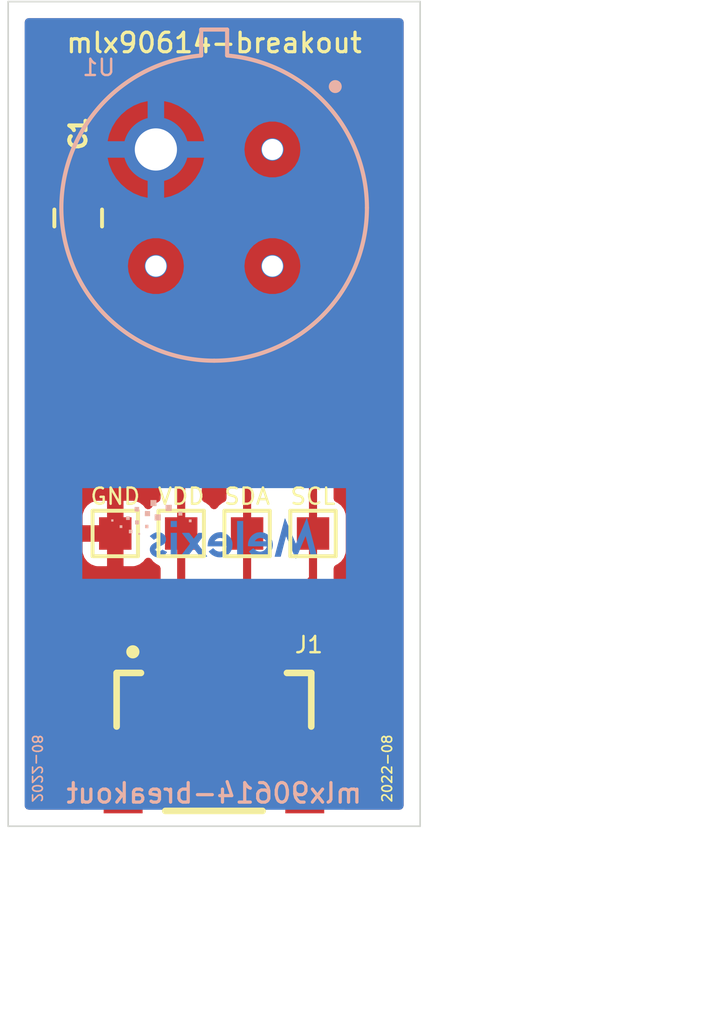
<source format=kicad_pcb>
(kicad_pcb (version 20211014) (generator pcbnew)
  (layers (0 "F.Cu" signal) (31 "B.Cu" signal) (34 "B.Paste" user) (35 "F.Paste" user) (36 "B.SilkS" user "B.Silkscreen") (37 "F.SilkS" user "F.Silkscreen") (38 "B.Mask" user) (39 "F.Mask" user) (44 "Edge.Cuts" user))
  (net 0 "")
  (net 1 "/VDD")
  (net 2 "/SDA")
  (net 3 "/SCL")
  (net 4 "/GND")
  (footprint "TestPoint:TestPoint_Pad_1.0x1.0mm" (layer "F.Cu") (at 113.997999 74.483001)
    (fp_text reference "SCL" (at 0 -1.143) (layer "F.SilkS") (effects (font (size 0.5 0.5) (thickness 0.075))))
    (fp_text value "TestPoint")
    (fp_line (start 0.7 -0.7) (end 0.7 0.7) (layer "F.SilkS") (width 0.12))
    (fp_line (start 0.7 0.7) (end -0.7 0.7) (layer "F.SilkS") (width 0.12))
    (fp_line (start -0.7 0.7) (end -0.7 -0.7) (layer "F.SilkS") (width 0.12))
    (fp_line (start -0.7 -0.7) (end 0.7 -0.7) (layer "F.SilkS") (width 0.12))
    (pad "1" smd rect (at 0 0) (size 1 1) (layers "F.Cu" "F.Mask") (net 3 "/SCL"))
  )
  (footprint "TestPoint:TestPoint_Pad_1.0x1.0mm" (layer "F.Cu") (at 107.901999 74.483001)
    (fp_text reference "GND" (at 0 -1.143) (layer "F.SilkS") (effects (font (size 0.5 0.5) (thickness 0.075))))
    (fp_text value "TestPoint")
    (fp_line (start 0.7 0.7) (end -0.7 0.7) (layer "F.SilkS") (width 0.12))
    (fp_line (start 0.7 -0.7) (end 0.7 0.7) (layer "F.SilkS") (width 0.12))
    (fp_line (start -0.7 -0.7) (end 0.7 -0.7) (layer "F.SilkS") (width 0.12))
    (fp_line (start -0.7 0.7) (end -0.7 -0.7) (layer "F.SilkS") (width 0.12))
    (pad "1" smd rect (at 0 0) (size 1 1) (layers "F.Cu" "F.Mask") (net 4 "/GND"))
  )
  (footprint "melexis-temperature:QWIIC_STEMMA_QT" (layer "F.Cu") (at 110.943999 78.428001)
    (fp_text reference "J1" (at 2.927 -0.516) (layer "F.SilkS") (effects (font (size 0.5 0.5) (thickness 0.075))))
    (fp_text value "Conn_01x04_Male")
    (fp_line (start -3 2) (end -3 0.35) (layer "F.SilkS") (width 0.2032))
    (fp_line (start -3 0.35) (end -2.25 0.35) (layer "F.SilkS") (width 0.2032))
    (fp_line (start 2.25 0.35) (end 3 0.35) (layer "F.SilkS") (width 0.2032))
    (fp_line (start 3 0.35) (end 3 2) (layer "F.SilkS") (width 0.2032))
    (fp_line (start -1.5 4.6) (end 1.5 4.6) (layer "F.SilkS") (width 0.2032))
    (fp_circle (center -2.5 -0.3) (end -2.3984 -0.3) (layer "F.SilkS") (width 0.2032) (fill none))
    (pad "1" smd rect locked (at -1.5 0) (size 0.6 1.35) (layers "F.Cu" "F.Paste" "F.Mask") (net 4 "/GND"))
    (pad "2" smd rect locked (at -0.5 0) (size 0.6 1.35) (layers "F.Cu" "F.Paste" "F.Mask") (net 1 "/VDD"))
    (pad "3" smd rect locked (at 0.5 0) (size 0.6 1.35) (layers "F.Cu" "F.Paste" "F.Mask") (net 2 "/SDA"))
    (pad "4" smd rect locked (at 1.5 0) (size 0.6 1.35) (layers "F.Cu" "F.Paste" "F.Mask") (net 3 "/SCL"))
    (pad "NC1" smd rect locked (at 2.8 3.675) (size 1.2 2) (layers "F.Cu" "F.Paste" "F.Mask") (net 4 "/GND"))
    (pad "NC2" smd rect locked (at -2.8 3.675) (size 1.2 2) (layers "F.Cu" "F.Paste" "F.Mask") (net 4 "/GND"))
  )
  (footprint "TestPoint:TestPoint_Pad_1.0x1.0mm" (layer "F.Cu") (at 109.933999 74.483001)
    (fp_text reference "VDD" (at 0 -1.143) (layer "F.SilkS") (effects (font (size 0.5 0.5) (thickness 0.075))))
    (fp_text value "TestPoint")
    (fp_line (start 0.7 -0.7) (end 0.7 0.7) (layer "F.SilkS") (width 0.12))
    (fp_line (start 0.7 0.7) (end -0.7 0.7) (layer "F.SilkS") (width 0.12))
    (fp_line (start -0.7 0.7) (end -0.7 -0.7) (layer "F.SilkS") (width 0.12))
    (fp_line (start -0.7 -0.7) (end 0.7 -0.7) (layer "F.SilkS") (width 0.12))
    (pad "1" smd rect (at 0 0) (size 1 1) (layers "F.Cu" "F.Mask") (net 1 "/VDD"))
  )
  (footprint "Capacitor_SMD:C_0805_2012Metric" (layer "F.Cu") (at 106.758997 64.765002 90)
    (fp_text reference "C1" (at 2.601001 0.000002 90) (layer "F.SilkS") (effects (font (size 0.5 0.5) (thickness 0.125))))
    (fp_text value "100n")
    (fp_line (start -0.261252 -0.735) (end 0.261252 -0.735) (layer "F.SilkS") (width 0.12))
    (fp_line (start -0.261252 0.735) (end 0.261252 0.735) (layer "F.SilkS") (width 0.12))
    (pad "1" smd roundrect (at -0.95 0 90) (size 1 1.45) (layers "F.Cu" "F.Paste" "F.Mask") (net 1 "/VDD"))
    (pad "2" smd roundrect (at 0.95 0 90) (size 1 1.45) (layers "F.Cu" "F.Paste" "F.Mask") (net 4 "/GND"))
  )
  (footprint "melexis-temperature:mlx_logo_back" (layer "F.Cu") (at 110.945769 74.610001)
    (fp_text reference "G***" hide)
    (fp_text value "LOGO" hide)
    (fp_poly (pts (xy 0.89408 0.5842) (xy 0.71628 0.5842) (xy 0.71628 -0.508) (xy 0.89408 -0.508) (xy 0.89408 0.5842)) (layer "B.Cu") (width 0.01) (fill solid))
    (fp_poly (pts (xy -1.14808 -0.3302) (xy -1.33096 -0.3302) (xy -1.33096 -0.508) (xy -1.14808 -0.508) (xy -1.14808 -0.3302)) (layer "B.Cu") (width 0.01) (fill solid))
    (fp_poly (pts (xy -0.273195 -0.12319) (xy -0.322273 -0.060622) (xy -0.365166 -0.005698) (xy -0.402074 0.041844) (xy -0.433193 0.082264) (xy -0.458721 0.115824) (xy -0.478856 0.142786) (xy -0.493796 0.163412) (xy -0.503738 0.177962) (xy -0.508879 0.186698) (xy -0.509658 0.189698) (xy -0.505953 0.194814) (xy -0.496686 0.207169) (xy -0.48248 0.225944) (xy -0.463959 0.25032) (xy -0.441747 0.279476) (xy -0.416468 0.312592) (xy -0.388745 0.348849) (xy -0.361058 0.385006) (xy -0.33167 0.423412) (xy -0.304204 0.459413) (xy -0.279274 0.492196) (xy -0.257497 0.520947) (xy -0.239485 0.544852) (xy -0.225855 0.563098) (xy -0.217221 0.574872) (xy -0.214207 0.579316) (xy -0.218519 0.581011) (xy -0.232231 0.582382) (xy -0.254586 0.583394) (xy -0.284828 0.584011) (xy -0.318731 0.5842) (xy -0.424949 0.5842) (xy -0.518545 0.463835) (xy -0.542301 0.433278) (xy -0.564188 0.405111) (xy -0.583386 0.380393) (xy -0.599073 0.36018) (xy -0.61043 0.345528) (xy -0.616636 0.337496) (xy -0.617406 0.336488) (xy -0.620285 0.336212) (xy -0.625896 0.340275) (xy -0.634768 0.349291) (xy -0.647428 0.363876) (xy -0.664405 0.384643) (xy -0.686229 0.412208) (xy -0.713427 0.447186) (xy -0.72089 0.456852) (xy -0.819108 0.5842) (xy -0.925174 0.5842) (xy -0.956754 0.584026) (xy -0.984582 0.583541) (xy -1.00717 0.582798) (xy -1.023033 0.581851) (xy -1.030683 0.580752) (xy -1.031155 0.58039) (xy -1.028134 0.575721) (xy -1.019504 0.563802) (xy -1.005866 0.545428) (xy -0.987816 0.521392) (xy -0.965955 0.492488) (xy -0.94088 0.45951) (xy -0.91319 0.423251) (xy -0.883485 0.384507) (xy -0.881369 0.381753) (xy -0.846652 0.336498) (xy -0.817713 0.298583) (xy -0.794079 0.267336) (xy -0.775279 0.242087) (xy -0.760839 0.222165) (xy -0.750287 0.2069) (xy -0.743151 0.195621) (xy -0.738957 0.187657) (xy -0.737233 0.182339) (xy -0.737508 0.178994) (xy -0.737944 0.178226) (xy -0.742384 0.172347) (xy -0.752313 0.159368) (xy -0.767008 0.14023) (xy -0.785747 0.115871) (xy -0.807806 0.087232) (xy -0.832462 0.055253) (xy -0.858993 0.020872) (xy -0.86233 0.016548) (xy -0.888755 -0.017751) (xy -0.91312 -0.049518) (xy -0.934748 -0.077861) (xy -0.952963 -0.101887) (xy -0.967088 -0.120702) (xy -0.976447 -0.133415) (xy -0.980364 -0.139131) (xy -0.98044 -0.139335) (xy -0.975607 -0.140184) (xy -0.962088 -0.140916) (xy -0.941361 -0.141495) (xy -0.9149 -0.141883) (xy -0.88418 -0.142043) (xy -0.87249 -0.142038) (xy -0.76454 -0.141836) (xy -0.69596 -0.050901) (xy -0.676076 -0.024666) (xy -0.65823 -0.001372) (xy -0.643323 0.017827) (xy -0.632258 0.031772) (xy -0.625936 0.039309) (xy -0.62484 0.040313) (xy -0.621129 0.036564) (xy -0.612117 0.0259) (xy -0.598713 0.009447) (xy -0.581831 -0.01167) (xy -0.56238 -0.036327) (xy -0.55118 -0.050651) (xy -0.48006 -0.141894) (xy -0.369144 -0.142067) (xy -0.258227 -0.14224) (xy -0.273195 -0.12319)) (layer "B.Cu") (width 0.01) (fill solid))
    (fp_poly (pts (xy 2.86263 -0.593453) (xy 2.862972 -0.593122) (xy 2.864557 -0.587983) (xy 2.868556 -0.573622) (xy 2.874806 -0.550643) (xy 2.883148 -0.519654) (xy 2.89342 -0.48126) (xy 2.90546 -0.436067) (xy 2.919109 -0.38468) (xy 2.934205 -0.327705) (xy 2.950586 -0.265749) (xy 2.968093 -0.199418) (xy 2.986564 -0.129316) (xy 3.005838 -0.05605) (xy 3.019387 -0.00448) (xy 3.173301 0.58166) (xy 3.086898 0.583053) (xy 3.058241 0.583292) (xy 3.033189 0.583076) (xy 3.013479 0.582455) (xy 3.000848 0.581479) (xy 2.997037 0.580513) (xy 2.995191 0.575039) (xy 2.991024 0.560559) (xy 2.984759 0.537906) (xy 2.976617 0.507911) (xy 2.966823 0.471405) (xy 2.955598 0.42922) (xy 2.943165 0.382186) (xy 2.929747 0.331136) (xy 2.915567 0.276901) (xy 2.910593 0.25781) (xy 2.896232 0.20281) (xy 2.882573 0.150816) (xy 2.869836 0.102645) (xy 2.858241 0.059114) (xy 2.848008 0.021043) (xy 2.839359 -0.010753) (xy 2.832512 -0.035454) (xy 2.827688 -0.052243) (xy 2.825107 -0.060302) (xy 2.824773 -0.060909) (xy 2.822402 -0.056334) (xy 2.816426 -0.043109) (xy 2.807156 -0.02196) (xy 2.794901 0.006388) (xy 2.779971 0.041209) (xy 2.762677 0.081778) (xy 2.743329 0.127368) (xy 2.722236 0.177255) (xy 2.699709 0.230712) (xy 2.676058 0.287014) (xy 2.674817 0.289974) (xy 2.651089 0.346471) (xy 2.628449 0.400211) (xy 2.607209 0.450463) (xy 2.587683 0.496495) (xy 2.570183 0.537574) (xy 2.555021 0.57297) (xy 2.54251 0.601949) (xy 2.532962 0.623782) (xy 2.526691 0.637735) (xy 2.524009 0.643077) (xy 2.523978 0.643103) (xy 2.519988 0.6403) (xy 2.51405 0.630586) (xy 2.510785 0.62369) (xy 2.507261 0.615449) (xy 2.500138 0.598656) (xy 2.48976 0.574123) (xy 2.47647 0.54266) (xy 2.46061 0.505081) (xy 2.442522 0.462196) (xy 2.42255 0.41482) (xy 2.401036 0.363762) (xy 2.378323 0.309835) (xy 2.361905 0.270842) (xy 2.331184 0.198097) (xy 2.304221 0.134733) (xy 2.280994 0.080699) (xy 2.26148 0.035948) (xy 2.245657 0.000427) (xy 2.233504 -0.025911) (xy 2.224998 -0.043118) (xy 2.220117 -0.051242) (xy 2.2189 -0.051738) (xy 2.217014 -0.045396) (xy 2.21283 -0.030094) (xy 2.206579 -0.006713) (xy 2.198493 0.023867) (xy 2.188802 0.060766) (xy 2.177738 0.103102) (xy 2.165531 0.149997) (xy 2.152414 0.200569) (xy 2.138618 0.253938) (xy 2.138602 0.254) (xy 2.124739 0.307655) (xy 2.111512 0.358739) (xy 2.099157 0.40634) (xy 2.087914 0.449546) (xy 2.078021 0.487446) (xy 2.069714 0.51913) (xy 2.063232 0.543685) (xy 2.058812 0.5602) (xy 2.056717 0.56769) (xy 2.051532 0.5842) (xy 1.874326 0.5842) (xy 1.877207 0.57277) (xy 1.885965 0.538305) (xy 1.89649 0.497364) (xy 1.908593 0.450665) (xy 1.922079 0.398924) (xy 1.936759 0.342861) (xy 1.952441 0.283193) (xy 1.968932 0.220637) (xy 1.986042 0.155912) (xy 2.003578 0.089735) (xy 2.021349 0.022824) (xy 2.039163 -0.044102) (xy 2.056829 -0.110327) (xy 2.074155 -0.175132) (xy 2.090949 -0.237799) (xy 2.10702 -0.297611) (xy 2.122177 -0.35385) (xy 2.136226 -0.405798) (xy 2.148978 -0.452737) (xy 2.160239 -0.49395) (xy 2.169819 -0.528718) (xy 2.177526 -0.556323) (xy 2.183169 -0.576048) (xy 2.186555 -0.587176) (xy 2.187484 -0.589463) (xy 2.190086 -0.584521) (xy 2.196291 -0.570887) (xy 2.205806 -0.54925) (xy 2.218335 -0.520299) (xy 2.233586 -0.484725) (xy 2.251263 -0.443218) (xy 2.271073 -0.396468) (xy 2.292722 -0.345163) (xy 2.315915 -0.289995) (xy 2.340359 -0.231653) (xy 2.356923 -0.19201) (xy 2.381971 -0.132127) (xy 2.405935 -0.075089) (xy 2.428523 -0.021574) (xy 2.449446 0.027744) (xy 2.468413 0.072187) (xy 2.485135 0.11108) (xy 2.49932 0.143748) (xy 2.510679 0.169513) (xy 2.518921 0.1877) (xy 2.523757 0.197633) (xy 2.524948 0.199332) (xy 2.527356 0.194162) (xy 2.533378 0.180336) (xy 2.54271 0.15857) (xy 2.555048 0.129582) (xy 2.57009 0.09409) (xy 2.58753 0.052811) (xy 2.607067 0.006464) (xy 2.628396 -0.044235) (xy 2.651215 -0.098568) (xy 2.675218 -0.155817) (xy 2.682298 -0.17272) (xy 2.712694 -0.245304) (xy 2.739408 -0.309081) (xy 2.762681 -0.364616) (xy 2.782758 -0.412474) (xy 2.79988 -0.453219) (xy 2.81429 -0.487415) (xy 2.826232 -0.515629) (xy 2.835946 -0.538423) (xy 2.843677 -0.556363) (xy 2.849667 -0.570014) (xy 2.854158 -0.579939) (xy 2.857394 -0.586704) (xy 2.859616 -0.590873) (xy 2.861068 -0.593011) (xy 2.861991 -0.593683) (xy 2.86263 -0.593453)) (layer "B.Cu") (width 0.01) (fill solid))
    (fp_poly (pts (xy -1.685282 -0.158374) (xy -1.65505 -0.154048) (xy -1.628072 -0.145725) (xy -1.600995 -0.132413) (xy -1.574833 -0.116055) (xy -1.541852 -0.088537) (xy -1.516175 -0.055792) (xy -1.497935 -0.019235) (xy -1.487263 0.019721) (xy -1.48429 0.059663) (xy -1.489148 0.099175) (xy -1.50197 0.136845) (xy -1.522885 0.171259) (xy -1.545809 0.195739) (xy -1.554275 0.20285) (xy -1.563785 0.209868) (xy -1.575375 0.217349) (xy -1.590081 0.22585) (xy -1.60894 0.235926) (xy -1.632988 0.248134) (xy -1.663263 0.26303) (xy -1.7008 0.281169) (xy -1.740621 0.300235) (xy -1.773809 0.318483) (xy -1.796881 0.33674) (xy -1.809881 0.355094) (xy -1.812853 0.373632) (xy -1.805841 0.39244) (xy -1.794396 0.406439) (xy -1.769466 0.424601) (xy -1.74046 0.434374) (xy -1.708891 0.435855) (xy -1.676272 0.42914) (xy -1.644115 0.414326) (xy -1.618007 0.395202) (xy -1.594129 0.374183) (xy -1.527315 0.406703) (xy -1.503308 0.418478) (xy -1.482491 0.42886) (xy -1.466616 0.436961) (xy -1.45743 0.441897) (xy -1.456011 0.442795) (xy -1.45612 0.448717) (xy -1.46227 0.460125) (xy -1.473231 0.475406) (xy -1.487774 0.49295) (xy -1.50467 0.511144) (xy -1.518115 0.524219) (xy -1.5601 0.556694) (xy -1.606402 0.581) (xy -1.655585 0.59674) (xy -1.706208 0.603517) (xy -1.756835 0.600932) (xy -1.779804 0.596473) (xy -1.82227 0.581668) (xy -1.862931 0.558997) (xy -1.899712 0.530088) (xy -1.930536 0.496566) (xy -1.952906 0.460919) (xy -1.967404 0.421451) (xy -1.974115 0.3798) (xy -1.972518 0.339375) (xy -1.971937 0.335847) (xy -1.961736 0.297969) (xy -1.944748 0.263508) (xy -1.920376 0.231891) (xy -1.888023 0.202543) (xy -1.847091 0.17489) (xy -1.796983 0.148357) (xy -1.759514 0.131568) (xy -1.721888 0.114771) (xy -1.693248 0.099807) (xy -1.672733 0.086021) (xy -1.659478 0.072755) (xy -1.652622 0.059355) (xy -1.651162 0.049196) (xy -1.654124 0.030798) (xy -1.663979 0.017688) (xy -1.681464 0.009414) (xy -1.707313 0.005523) (xy -1.723042 0.00508) (xy -1.74513 0.006453) (xy -1.765568 0.011249) (xy -1.787116 0.020476) (xy -1.812534 0.035146) (xy -1.822407 0.041461) (xy -1.854114 0.062097) (xy -1.905432 0.017078) (xy -1.925378 -0.000351) (xy -1.943378 -0.015953) (xy -1.957639 -0.028184) (xy -1.96637 -0.035498) (xy -1.967161 -0.03613) (xy -1.971924 -0.040441) (xy -1.972871 -0.04457) (xy -1.968914 -0.050193) (xy -1.958965 -0.058987) (xy -1.945097 -0.070118) (xy -1.909326 -0.096021) (xy -1.870436 -0.119899) (xy -1.832155 -0.139576) (xy -1.810606 -0.148621) (xy -1.794708 -0.153881) (xy -1.778792 -0.157232) (xy -1.759899 -0.159043) (xy -1.735072 -0.159687) (xy -1.72212 -0.159697) (xy -1.685282 -0.158374)) (layer "B.Cu") (width 0.01) (fill solid))
    (fp_poly (pts (xy 0.226121 -0.161346) (xy 0.247428 -0.158881) (xy 0.270333 -0.154299) (xy 0.276162 -0.15293) (xy 0.333196 -0.134188) (xy 0.386253 -0.106657) (xy 0.434415 -0.071237) (xy 0.47676 -0.028827) (xy 0.512369 0.019672) (xy 0.540322 0.07336) (xy 0.557286 0.12208) (xy 0.563155 0.152951) (xy 0.56624 0.190231) (xy 0.566586 0.230572) (xy 0.564239 0.270623) (xy 0.559243 0.307037) (xy 0.554523 0.327431) (xy 0.533057 0.385059) (xy 0.503271 0.437724) (xy 0.465982 0.484619) (xy 0.422004 0.524936) (xy 0.372154 0.557869) (xy 0.317247 0.582613) (xy 0.28702 0.591961) (xy 0.258274 0.597426) (xy 0.223166 0.600925) (xy 0.185323 0.602356) (xy 0.148369 0.601615) (xy 0.115931 0.598598) (xy 0.10695 0.597107) (xy 0.05025 0.582065) (xy -0.004158 0.559421) (xy -0.054566 0.530213) (xy -0.099264 0.49548) (xy -0.136544 0.456261) (xy -0.146545 0.443049) (xy -0.157786 0.427263) (xy -0.097943 0.382224) (xy -0.076296 0.365998) (xy -0.057209 0.351815) (xy -0.042308 0.340873) (xy -0.033217 0.334371) (xy -0.031544 0.333265) (xy -0.024277 0.334789) (xy -0.011203 0.344467) (xy 0.007551 0.362205) (xy 0.007809 0.362465) (xy 0.044957 0.394276) (xy 0.084553 0.4167) (xy 0.127981 0.430453) (xy 0.144579 0.433385) (xy 0.190654 0.435631) (xy 0.2352 0.429448) (xy 0.276823 0.4155) (xy 0.31413 0.394449) (xy 0.345727 0.366958) (xy 0.370221 0.33369) (xy 0.375574 0.323518) (xy 0.383925 0.305216) (xy 0.390664 0.28856) (xy 0.39406 0.27813) (xy 0.397341 0.26416) (xy -0.194242 0.26416) (xy -0.190719 0.21971) (xy -0.183046 0.157432) (xy -0.172387 0.112216) (xy 0.01016 0.112216) (xy 0.015087 0.113364) (xy 0.029258 0.114387) (xy 0.051757 0.115263) (xy 0.08167 0.115969) (xy 0.11808 0.11648) (xy 0.160072 0.116775) (xy 0.19317 0.11684) (xy 0.37618 0.11684) (xy 0.368589 0.10216) (xy 0.356757 0.084975) (xy 0.339024 0.065772) (xy 0.318408 0.047394) (xy 0.29793 0.032685) (xy 0.29019 0.028333) (xy 0.249187 0.012939) (xy 0.205757 0.006075) (xy 0.161971 0.007644) (xy 0.119901 0.017548) (xy 0.081618 0.035692) (xy 0.077632 0.038249) (xy 0.063529 0.049117) (xy 0.048023 0.063451) (xy 0.033034 0.079145) (xy 0.020482 0.094093) (xy 0.01229 0.10619) (xy 0.01016 0.112216) (xy -0.172387 0.112216) (xy -0.170126 0.102626) (xy -0.151281 0.05369) (xy -0.125834 0.009021) (xy -0.093107 -0.032982) (xy -0.0762 -0.051057) (xy -0.031079 -0.09115) (xy 0.016625 -0.121771) (xy 0.06799 -0.143398) (xy 0.124093 -0.156506) (xy 0.17272 -0.161162) (xy 0.202517 -0.162003) (xy 0.226121 -0.161346)) (layer "B.Cu") (width 0.01) (fill solid))
    (fp_poly (pts (xy 1.498191 -0.157036) (xy 1.50622 -0.155514) (xy 1.560219 -0.139538) (xy 1.612535 -0.114662) (xy 1.661141 -0.082141) (xy 1.70401 -0.043229) (xy 1.723078 -0.021245) (xy 1.756934 0.027075) (xy 1.781525 0.07587) (xy 1.797627 0.127165) (xy 1.806016 0.182989) (xy 1.807011 0.19812) (xy 1.805929 0.262403) (xy 1.795818 0.322175) (xy 1.77649 0.377937) (xy 1.747754 0.430189) (xy 1.70942 0.479434) (xy 1.694069 0.495678) (xy 1.67219 0.516853) (xy 1.653039 0.532692) (xy 1.633025 0.545815) (xy 1.608556 0.558841) (xy 1.605169 0.560513) (xy 1.581121 0.571606) (xy 1.556544 0.581768) (xy 1.535203 0.589489) (xy 1.52654 0.592063) (xy 1.497064 0.597591) (xy 1.461275 0.601061) (xy 1.422827 0.602375) (xy 1.385374 0.601436) (xy 1.352573 0.598145) (xy 1.345359 0.596912) (xy 1.282185 0.579925) (xy 1.223284 0.553872) (xy 1.201265 0.541088) (xy 1.177404 0.524361) (xy 1.151538 0.50321) (xy 1.126475 0.480184) (xy 1.105019 0.457833) (xy 1.092243 0.442021) (xy 1.082029 0.427676) (xy 1.141724 0.382384) (xy 1.163328 0.366066) (xy 1.182397 0.3518) (xy 1.197305 0.340791) (xy 1.206428 0.334244) (xy 1.208121 0.333128) (xy 1.215267 0.334517) (xy 1.228348 0.343738) (xy 1.247493 0.360884) (xy 1.252095 0.365305) (xy 1.28455 0.393374) (xy 1.316449 0.41326) (xy 1.350557 0.42638) (xy 1.385105 0.43353) (xy 1.432848 0.435815) (xy 1.478403 0.429092) (xy 1.520604 0.413935) (xy 1.558288 0.390915) (xy 1.59029 0.360606) (xy 1.615447 0.32358) (xy 1.617769 0.319076) (xy 1.623896 0.307524) (xy 1.629348 0.297699) (xy 1.633434 0.289463) (xy 1.635463 0.282677) (xy 1.634745 0.277203) (xy 1.630587 0.272902) (xy 1.622299 0.269636) (xy 1.60919 0.267266) (xy 1.590569 0.265655) (xy 1.565744 0.264663) (xy 1.534026 0.264153) (xy 1.494723 0.263985) (xy 1.447143 0.264021) (xy 1.390597 0.264123) (xy 1.34366 0.26416) (xy 1.28175 0.264145) (xy 1.229231 0.264086) (xy 1.185332 0.263959) (xy 1.149283 0.263741) (xy 1.120313 0.263409) (xy 1.097653 0.262938) (xy 1.080533 0.262306) (xy 1.068182 0.261489) (xy 1.059832 0.260464) (xy 1.05471 0.259208) (xy 1.052048 0.257696) (xy 1.051076 0.255906) (xy 1.050996 0.25527) (xy 1.051745 0.19228) (xy 1.061716 0.131667) (xy 1.067617 0.113491) (xy 1.24968 0.113491) (xy 1.254571 0.114259) (xy 1.268488 0.114966) (xy 1.290298 0.115589) (xy 1.318868 0.116109) (xy 1.353064 0.116505) (xy 1.391752 0.116755) (xy 1.43256 0.11684) (xy 1.474526 0.116756) (xy 1.513101 0.116518) (xy 1.547152 0.116144) (xy 1.575544 0.115656) (xy 1.597144 0.11507) (xy 1.610819 0.114408) (xy 1.61544 0.11371) (xy 1.612245 0.106611) (xy 1.603994 0.094663) (xy 1.592686 0.080329) (xy 1.580319 0.06607) (xy 1.568895 0.05435) (xy 1.563392 0.049613) (xy 1.52529 0.026382) (xy 1.484406 0.011743) (xy 1.442187 0.005534) (xy 1.400081 0.007589) (xy 1.359534 0.017744) (xy 1.321994 0.035835) (xy 1.288909 0.061697) (xy 1.270251 0.082896) (xy 1.259846 0.09714) (xy 1.252448 0.108152) (xy 1.24968 0.113491) (xy 1.067617 0.113491) (xy 1.080343 0.074293) (xy 1.107061 0.021021) (xy 1.141307 -0.027288) (xy 1.182515 -0.069771) (xy 1.230121 -0.105566) (xy 1.28356 -0.13381) (xy 1.31318 -0.145131) (xy 1.355702 -0.155714) (xy 1.403316 -0.161365) (xy 1.452114 -0.161876) (xy 1.498191 -0.157036)) (layer "B.Cu") (width 0.01) (fill solid))
    (fp_poly (pts (xy -1.14808 0.5842) (xy -1.33096 0.5842) (xy -1.33096 -0.14224) (xy -1.14808 -0.14224) (xy -1.14808 0.5842)) (layer "B.Cu") (width 0.01) (fill solid))
    (fp_poly (pts (xy -1.977255 -0.74041) (xy -1.975849 -0.66548) (xy -2.128792 -0.66548) (xy -2.12598 -0.81534) (xy -1.97866 -0.81534) (xy -1.977255 -0.74041)) (layer "B.SilkS") (width 0.01) (fill solid))
    (fp_poly (pts (xy -0.69596 -0.47752) (xy -0.77216 -0.47752) (xy -0.77216 -0.55372) (xy -0.69596 -0.55372) (xy -0.69596 -0.47752)) (layer "B.SilkS") (width 0.01) (fill solid))
    (fp_poly (pts (xy -0.98044 -0.68072) (xy -1.0922 -0.68072) (xy -1.0922 -0.79248) (xy -0.98044 -0.79248) (xy -0.98044 -0.68072)) (layer "B.SilkS") (width 0.01) (fill solid))
    (fp_poly (pts (xy -2.60096 -0.54864) (xy -2.70764 -0.54864) (xy -2.70764 -0.65024) (xy -2.60096 -0.65024) (xy -2.60096 -0.54864)) (layer "B.SilkS") (width 0.01) (fill solid))
    (fp_poly (pts (xy -1.64592 -0.5334) (xy -1.82372 -0.5334) (xy -1.82372 -0.7112) (xy -1.64592 -0.7112) (xy -1.64592 -0.5334)) (layer "B.SilkS") (width 0.01) (fill solid))
    (fp_poly (pts (xy -2.312519 -0.87503) (xy -2.31394 -0.81026) (xy -2.37871 -0.808839) (xy -2.44348 -0.807417) (xy -2.44348 -0.9398) (xy -2.311097 -0.9398) (xy -2.312519 -0.87503)) (layer "B.SilkS") (width 0.01) (fill solid))
    (fp_poly (pts (xy -2.28092 -0.09144) (xy -2.32664 -0.09144) (xy -2.32664 -0.13716) (xy -2.28092 -0.13716) (xy -2.28092 -0.09144)) (layer "B.SilkS") (width 0.01) (fill solid))
    (fp_poly (pts (xy -3.10388 -0.49784) (xy -3.16484 -0.49784) (xy -3.16484 -0.5588) (xy -3.10388 -0.5588) (xy -3.10388 -0.49784)) (layer "B.SilkS") (width 0.01) (fill solid))
    (fp_poly (pts (xy -2.82956 -0.29972) (xy -2.90576 -0.29972) (xy -2.90576 -0.37592) (xy -2.82956 -0.37592) (xy -2.82956 -0.29972)) (layer "B.SilkS") (width 0.01) (fill solid))
    (fp_poly (pts (xy -2.02692 -0.29464) (xy -2.11836 -0.29464) (xy -2.11836 -0.39116) (xy -2.02692 -0.39116) (xy -2.02692 -0.29464)) (layer "B.SilkS") (width 0.01) (fill solid))
    (fp_poly (pts (xy -1.306713 -0.915788) (xy -1.3081 -0.8255) (xy -1.395844 -0.82411) (xy -1.429219 -0.823746) (xy -1.453655 -0.823914) (xy -1.470361 -0.824684) (xy -1.480546 -0.826128) (xy -1.485421 -0.828315) (xy -1.486145 -0.829385) (xy -1.486922 -0.836507) (xy -1.487432 -0.851929) (xy -1.487651 -0.87379) (xy -1.487555 -0.900235) (xy -1.487301 -0.919676) (xy -1.4859 -1.0033) (xy -1.395613 -1.004688) (xy -1.305325 -1.006076) (xy -1.306713 -0.915788)) (layer "B.SilkS") (width 0.01) (fill solid))
    (fp_poly (pts (xy -2.31648 -0.41148) (xy -2.42824 -0.41148) (xy -2.42824 -0.52832) (xy -2.31648 -0.52832) (xy -2.31648 -0.41148)) (layer "B.SilkS") (width 0.01) (fill solid))
    (fp_poly (pts (xy -1.778 -0.97536) (xy -1.9558 -0.97536) (xy -1.9558 -1.15316) (xy -1.778 -1.15316) (xy -1.778 -0.97536)) (layer "B.SilkS") (width 0.01) (fill solid))
    (fp_poly (pts (xy -2.51968 -0.13716) (xy -2.62128 -0.13716) (xy -2.62128 -0.23876) (xy -2.51968 -0.23876) (xy -2.51968 -0.13716)) (layer "B.SilkS") (width 0.01) (fill solid))
  )
  (footprint "TestPoint:TestPoint_Pad_1.0x1.0mm" (layer "F.Cu") (at 111.965999 74.483001)
    (fp_text reference "SDA" (at 0 -1.143) (layer "F.SilkS") (effects (font (size 0.5 0.5) (thickness 0.075))))
    (fp_text value "TestPoint")
    (fp_line (start 0.7 0.7) (end -0.7 0.7) (layer "F.SilkS") (width 0.12))
    (fp_line (start -0.7 -0.7) (end 0.7 -0.7) (layer "F.SilkS") (width 0.12))
    (fp_line (start -0.7 0.7) (end -0.7 -0.7) (layer "F.SilkS") (width 0.12))
    (fp_line (start 0.7 -0.7) (end 0.7 0.7) (layer "F.SilkS") (width 0.12))
    (pad "1" smd rect (at 0 0) (size 1 1) (layers "F.Cu" "F.Mask") (net 2 "/SDA"))
  )
  (footprint "melexis-temperature:mlx90614" (layer "B.Cu") (at 110.949999 64.450001 -135)
    (fp_text reference "U1" (at -0.538815 5.567759 180) (layer "B.SilkS") (effects (font (size 0.5 0.5) (thickness 0.075)) (justify mirror)))
    (fp_text value "MLX90614")
    (fp_circle (center 2.54 0) (end 2.5401 0) (layer "F.Cu") (width 1.6) (fill none))
    (fp_circle (center 0 -2.54) (end 0.0001 -2.54) (layer "F.Cu") (width 1.6) (fill none))
    (fp_circle (center 0.0001 2.54) (end 0.0002 2.54) (layer "F.Cu") (width 1.6) (fill none))
    (fp_circle (center -2.54 0) (end -2.5399 0) (layer "F.Cu") (width 1.6) (fill none))
    (fp_line (start -3.03349 3.59917) (end -3.59917 4.16486) (layer "B.SilkS") (width 0.127))
    (fp_line (start -3.59917 4.16486) (end -4.16486 3.59917) (layer "B.SilkS") (width 0.127))
    (fp_line (start -4.16486 3.59917) (end -3.59917 3.03349) (layer "B.SilkS") (width 0.127))
    (fp_arc (start -3.599169 3.03349) (mid -4.703039 -0.200771) (end -3.33047 -3.33047) (layer "B.SilkS") (width 0.127))
    (fp_arc (start 3.33047 -3.33047) (mid 4.709996 0) (end 3.33047 3.33047) (layer "B.SilkS") (width 0.127))
    (fp_arc (start -3.33047 -3.33047) (mid 0 -4.709996) (end 3.33047 -3.33047) (layer "B.SilkS") (width 0.127))
    (fp_arc (start 3.33047 3.330471) (mid 0.200776 4.703171) (end -3.03349 3.59917) (layer "B.SilkS") (width 0.127))
    (fp_circle (center -5.28 0) (end -5.18 0) (layer "B.SilkS") (width 0.2) (fill none))
    (pad "1" thru_hole circle (at -2.54 0 225) (size 0.7 0.7) (drill 0.65) (layers *.Cu *.Mask) (net 3 "/SCL"))
    (pad "2" thru_hole circle (at 0 -2.54 225) (size 0.7 0.7) (drill 0.65) (layers *.Cu *.Mask) (net 2 "/SDA"))
    (pad "3" thru_hole circle (at 2.54 0 225) (size 0.7 0.7) (drill 0.65) (layers *.Cu *.Mask) (net 1 "/VDD"))
    (pad "4" thru_hole circle (at 0 2.54 225) (size 2 2) (drill 1.3) (layers *.Cu *.Mask) (net 4 "/GND"))
  )
  (gr_line (start 104.599999 58.100001) (end 117.299999 58.100001) (layer "Edge.Cuts") (width 0.05))
  (gr_line (start 117.299999 58.100001) (end 117.299999 83.500001) (layer "Edge.Cuts") (width 0.05))
  (gr_line (start 104.599999 58.100001) (end 104.599999 83.500001) (layer "Edge.Cuts") (width 0.05))
  (gr_line (start 104.599999 83.500001) (end 117.299999 83.500001) (layer "Edge.Cuts") (width 0.05))
  (gr_text "mlx90614-breakout" (at 110.949999 82.484001) (layer "B.SilkS") (effects (font (size 0.6 0.6) (thickness 0.1)) (justify mirror)))
  (gr_text "2022-08" (at 105.488999 81.722001 270) (layer "B.SilkS") (effects (font (size 0.3 0.3) (thickness 0.05)) (justify mirror)))
  (gr_text "2022-08" (at 116.283999 81.722001 90) (layer "F.SilkS") (effects (font (size 0.3 0.3) (thickness 0.05))))
  (gr_text "mlx90614-breakout" (at 110.949999 59.370001) (layer "F.SilkS") (effects (font (size 0.6 0.6) (thickness 0.1))))
  (segment (start 109.933999 74.483001) (end 109.933999 76.007001) (width 0.25) (layer "F.Cu") (net 1))
  (segment (start 107.290047 66.246052) (end 109.153948 66.246052) (width 0.25) (layer "F.Cu") (net 1))
  (segment (start 106.758997 65.715002) (end 107.290047 66.246052) (width 0.25) (layer "F.Cu") (net 1))
  (segment (start 109.153948 66.246052) (end 109.933999 67.026103) (width 0.25) (layer "F.Cu") (net 1))
  (segment (start 109.933999 67.026103) (end 109.933999 74.483001) (width 0.25) (layer "F.Cu") (net 1))
  (segment (start 109.933999 76.007001) (end 110.443999 76.517001) (width 0.25) (layer "F.Cu") (net 1))
  (segment (start 110.443999 76.517001) (end 110.443999 78.428001) (width 0.25) (layer "F.Cu") (net 1))
  (segment (start 111.965999 76.007001) (end 111.965999 74.483001) (width 0.25) (layer "F.Cu") (net 2))
  (segment (start 111.443999 76.529001) (end 111.965999 76.007001) (width 0.25) (layer "F.Cu") (net 2))
  (segment (start 111.443999 78.428001) (end 111.443999 76.529001) (width 0.25) (layer "F.Cu") (net 2))
  (segment (start 111.965999 67.026103) (end 112.74605 66.246052) (width 0.25) (layer "F.Cu") (net 2))
  (segment (start 111.965999 74.483001) (end 111.965999 67.026103) (width 0.25) (layer "F.Cu") (net 2))
  (segment (start 112.443999 76.672001) (end 112.981999 76.134001) (width 0.25) (layer "F.Cu") (net 3))
  (segment (start 112.981999 76.134001) (end 113.743999 76.134001) (width 0.25) (layer "F.Cu") (net 3))
  (segment (start 112.981999 71.943001) (end 112.981999 68.387001) (width 0.25) (layer "F.Cu") (net 3))
  (segment (start 112.981999 68.387001) (end 114.505999 66.863001) (width 0.25) (layer "F.Cu") (net 3))
  (segment (start 112.443999 78.428001) (end 112.443999 76.672001) (width 0.25) (layer "F.Cu") (net 3))
  (segment (start 113.997999 72.959001) (end 112.981999 71.943001) (width 0.25) (layer "F.Cu") (net 3))
  (segment (start 113.997999 75.880001) (end 113.997999 74.483001) (width 0.25) (layer "F.Cu") (net 3))
  (segment (start 113.743999 76.134001) (end 113.997999 75.880001) (width 0.25) (layer "F.Cu") (net 3))
  (segment (start 113.997999 74.483001) (end 113.997999 72.959001) (width 0.25) (layer "F.Cu") (net 3))
  (segment (start 114.505999 64.413899) (end 112.74605 62.65395) (width 0.25) (layer "F.Cu") (net 3))
  (segment (start 114.505999 66.863001) (end 114.505999 64.413899) (width 0.25) (layer "F.Cu") (net 3))
  (segment (start 105.488999 66.736001) (end 105.488999 63.180001) (width 0.25) (layer "F.Cu") (net 4))
  (segment (start 108.143999 78.428001) (end 109.443999 78.428001) (width 0.25) (layer "F.Cu") (net 4))
  (segment (start 106.01505 62.65395) (end 106.77705 62.65395) (width 0.25) (layer "F.Cu") (net 4))
  (segment (start 107.901999 69.149001) (end 105.488999 66.736001) (width 0.25) (layer "F.Cu") (net 4))
  (segment (start 106.77705 63.796949) (end 106.77705 62.65395) (width 0.25) (layer "F.Cu") (net 4))
  (segment (start 109.443999 78.428001) (end 108.163999 78.428001) (width 0.25) (layer "F.Cu") (net 4))
  (segment (start 107.901999 74.483001) (end 107.901999 69.149001) (width 0.25) (layer "F.Cu") (net 4))
  (segment (start 107.901999 78.166001) (end 107.901999 74.483001) (width 0.25) (layer "F.Cu") (net 4))
  (segment (start 108.143999 82.103001) (end 108.143999 78.428001) (width 0.25) (layer "F.Cu") (net 4))
  (segment (start 106.758997 63.815002) (end 106.77705 63.796949) (width 0.25) (layer "F.Cu") (net 4))
  (segment (start 105.488999 63.180001) (end 106.01505 62.65395) (width 0.25) (layer "F.Cu") (net 4))
  (segment (start 108.163999 78.428001) (end 107.901999 78.166001) (width 0.25) (layer "F.Cu") (net 4))
  (segment (start 113.743999 82.103001) (end 108.143999 82.103001) (width 0.25) (layer "F.Cu") (net 4))
  (segment (start 106.77705 62.65395) (end 109.153948 62.65395) (width 0.25) (layer "F.Cu") (net 4))
  (zone (net 4) (net_name "/GND") (layer "F.Cu") (connect_pads (clearance 0.508)) (min_thickness 0.254) (fill yes (thermal_gap 0.508) (thermal_bridge_width 0.508))
    (polygon (pts (xy 117.172999 83.373001) (xy 104.726999 83.373001) (xy 104.726999 58.227001) (xy 117.172999 58.227001)))
  )
  (zone (net 4) (net_name "/GND") (layer "B.Cu") (connect_pads (clearance 0.508)) (min_thickness 0.254) (fill yes (thermal_gap 0.508) (thermal_bridge_width 0.508))
    (polygon (pts (xy 117.172999 83.373001) (xy 104.726999 83.373001) (xy 104.726999 58.227001) (xy 117.172999 58.227001)))
  )
  (zone (net 0) (net_name "") (layer "B.Cu") (connect_pads (clearance 0)) (min_thickness 0.254)
    (keepout (tracks allowed) (vias allowed) (pads allowed) (copperpour not_allowed) (footprints allowed))
    (fill (thermal_gap 0.508) (thermal_bridge_width 0.508))
    (polygon (pts (xy 115.013999 75.880001) (xy 106.885999 75.880001) (xy 106.885999 73.086001) (xy 115.013999 73.086001)))
  )
)
</source>
